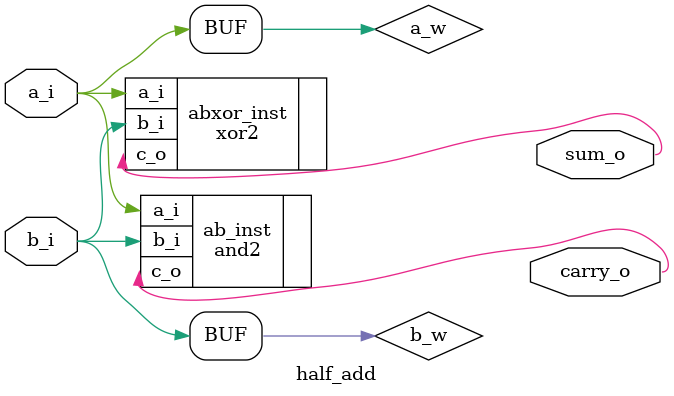
<source format=sv>
module half_add
  (input [0:0] a_i
  ,input [0:0] b_i
  ,output [0:0] carry_o
  ,output [0:0] sum_o);

   // Implement a Half-Adder Module (half_add). For full credit you
   // must use the three following modules provided:
   // 
   // Two-Input And Gate:
   // 
   // module and2
   //   (input [0:0] a_i
   //   ,input [0:0] b_i
   //   ,output [0:0] c_o);
   //
   // 
   // Two-Input Or Gate:
   // 
   // module or2
   //   (input [0:0] a_i
   //   ,input [0:0] b_i
   //   ,output [0:0] c_o);
   //
   // Inverter:
   // 
   // module inv
   // (input [0:0] a_i
   // ,output [0:0] b_o);
   //
   // For more information see the the provided_modules directory.
   //
   // Using any behavioral verilog operators will yield zero points
   // for code correctness (but not affect your demonstration grade).
   // You may use assign, instantiate modules, and declare wires.
   //
   // The Truth Table of the half_add module is as follows:
   // 
   // For simplicity, A = a_i, B = b_i, C = carry_o, S = sum_o
   //
   // A | B | S | C
   // 0 | 0 | 0 | 0
   // 0 | 1 | 1 | 0
   // 1 | 0 | 1 | 0
   // 1 | 1 | 0 | 1
   // schematic: C = (A & B) S = (A ^ B)
   // Your code here:
   
   wire [0:0] a_w;
   wire [0:0] b_w;
   assign a_w = a_i;
   assign b_w = b_i;
   and2 ab_inst(
   .a_i(a_w),
   .b_i(b_w),
   .c_o(carry_o));
   //AND GATE for C
   
   xor2 abxor_inst(
   .a_i(a_w),
   .b_i(b_w),
   .c_o(sum_o));
   //XOR GATE for S

endmodule

</source>
